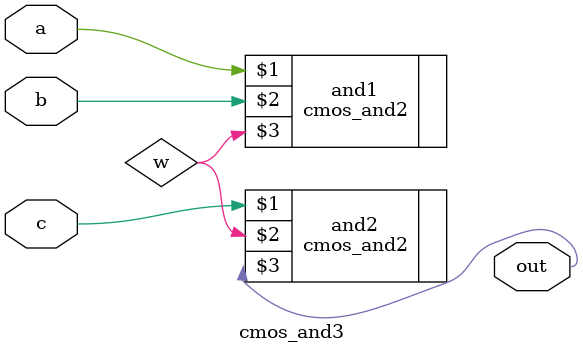
<source format=v>
module cmos_and3(input a, b, c, output out);
	wire w;
	// NAND gate body, 3 input
	cmos_and2 and1(a, b, w);
	cmos_and2 and2(c, w, out);
endmodule


</source>
